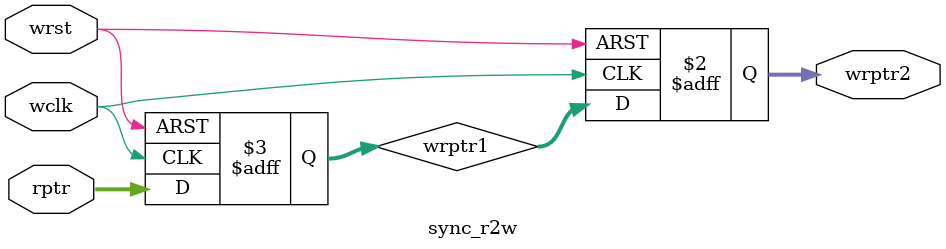
<source format=v>
module sync_r2w #(parameter ADDRSIZE = 4)
	(
    output reg [ADDRSIZE:0] wrptr2,
	 
    input      [ADDRSIZE:0] rptr,
    input      wclk, wrst
    );

reg [ADDRSIZE:0] wrptr1;

always @(posedge wclk or posedge wrst) begin
    if (wrst) begin
        {wrptr2, wrptr1} <= 0;
    end
    else begin
        {wrptr2, wrptr1} <= {wrptr1, rptr};
    end
end

endmodule
</source>
